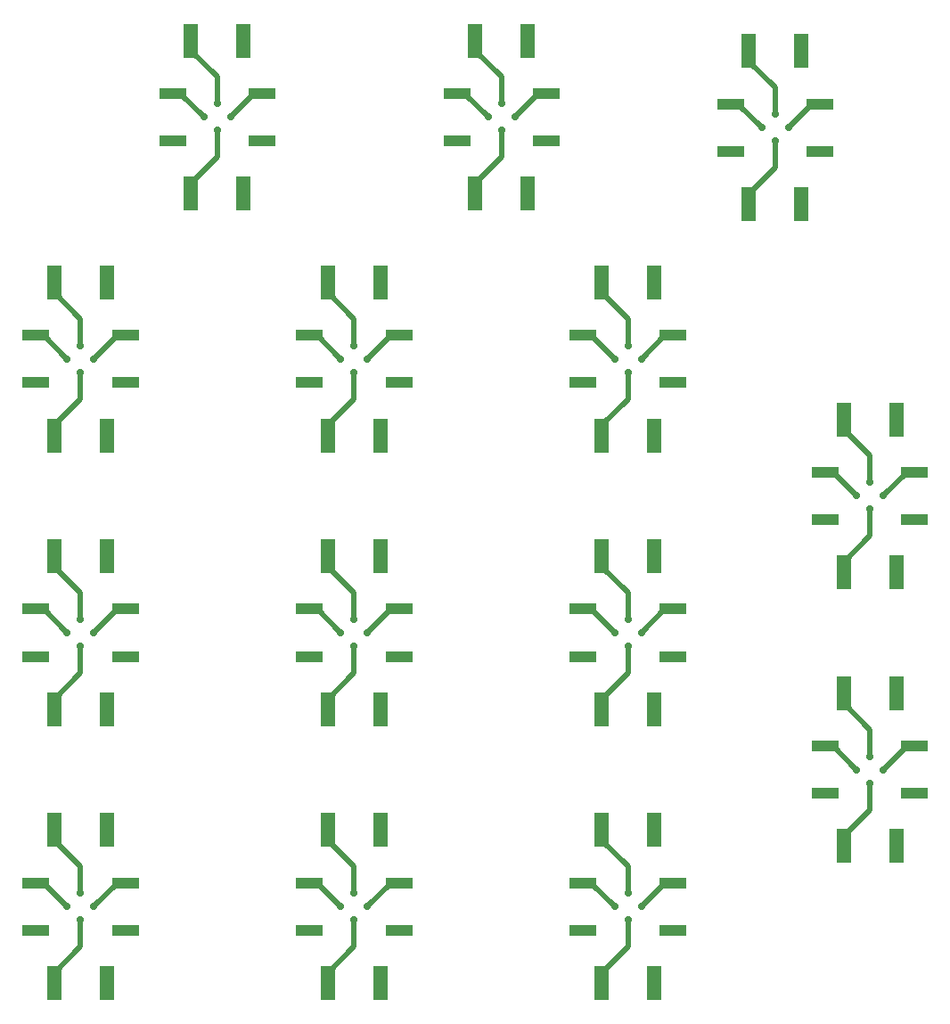
<source format=gtl>
%MOIN*%
%OFA0B0*%
%FSLAX34Y34*%
%IPPOS*%
%LPD*%
%AMOC8*
5,1,8,0,0,$1,22.5*%
%AMOC80*
5,1,8,0,0,$1,22.5*%
%AMOC81*
5,1,8,0,0,$1,22.5*%
%AMOC80*
5,1,8,0,0,$1,22.5*%
%AMOC81*
5,1,8,0,0,$1,22.5*%
%AMOC80*
5,1,8,0,0,$1,22.5*%
%AMOC81*
5,1,8,0,0,$1,22.5*%
%AMOC80*
5,1,8,0,0,$1,22.5*%
%AMOC81*
5,1,8,0,0,$1,22.5*%
%AMOC80*
5,1,8,0,0,$1,22.5*%
%AMOC81*
5,1,8,0,0,$1,22.5*%
%AMOC80*
5,1,8,0,0,$1,22.5*%
%AMOC81*
5,1,8,0,0,$1,22.5*%
%AMOC80*
5,1,8,0,0,$1,22.5*%
%ADD10R,0.0984251968503937X0.03937007874015748*%
%ADD11R,0.055118110236220472X0.12598425196850396*%
%ADD12C,0.01968503937007874*%
%ADD13C,0.027559055118110236*%
%ADD24R,0.0984251968503937X0.03937007874015748*%
%ADD25R,0.055118110236220472X0.12598425196850396*%
%ADD26C,0.01968503937007874*%
%ADD27C,0.027559055118110236*%
%ADD28R,0.0984251968503937X0.03937007874015748*%
%ADD29R,0.055118110236220472X0.12598425196850396*%
%ADD30C,0.01968503937007874*%
%ADD31C,0.027559055118110236*%
%ADD32R,0.0984251968503937X0.03937007874015748*%
%ADD33R,0.055118110236220472X0.12598425196850396*%
%ADD34C,0.01968503937007874*%
%ADD35C,0.027559055118110236*%
%ADD36R,0.0984251968503937X0.03937007874015748*%
%ADD37R,0.055118110236220472X0.12598425196850396*%
%ADD38C,0.01968503937007874*%
%ADD39C,0.027559055118110236*%
%ADD40R,0.0984251968503937X0.03937007874015748*%
%ADD41R,0.055118110236220472X0.12598425196850396*%
%ADD42C,0.01968503937007874*%
%ADD43C,0.027559055118110236*%
%ADD44R,0.0984251968503937X0.03937007874015748*%
%ADD45R,0.055118110236220472X0.12598425196850396*%
%ADD46C,0.01968503937007874*%
%ADD47C,0.027559055118110236*%
%ADD48R,0.0984251968503937X0.03937007874015748*%
%ADD49R,0.055118110236220472X0.12598425196850396*%
%ADD50C,0.01968503937007874*%
%ADD51C,0.027559055118110236*%
%ADD52R,0.0984251968503937X0.03937007874015748*%
%ADD53R,0.055118110236220472X0.12598425196850396*%
%ADD54C,0.01968503937007874*%
%ADD55C,0.027559055118110236*%
%ADD56R,0.0984251968503937X0.03937007874015748*%
%ADD57R,0.055118110236220472X0.12598425196850396*%
%ADD58C,0.01968503937007874*%
%ADD59C,0.027559055118110236*%
%ADD60R,0.0984251968503937X0.03937007874015748*%
%ADD61R,0.055118110236220472X0.12598425196850396*%
%ADD62C,0.01968503937007874*%
%ADD63C,0.027559055118110236*%
%ADD64R,0.0984251968503937X0.03937007874015748*%
%ADD65R,0.055118110236220472X0.12598425196850396*%
%ADD66C,0.01968503937007874*%
%ADD67C,0.027559055118110236*%
%ADD68R,0.0984251968503937X0.03937007874015748*%
%ADD69R,0.055118110236220472X0.12598425196850396*%
%ADD70C,0.01968503937007874*%
%ADD71C,0.027559055118110236*%
%ADD72R,0.0984251968503937X0.03937007874015748*%
%ADD73R,0.055118110236220472X0.12598425196850396*%
%ADD74C,0.01968503937007874*%
%ADD75C,0.027559055118110236*%
G75*
G01*
D10*
X0004724Y0004724D02*
X0003051Y0005610D03*
X0006397Y0005610D03*
X0003051Y0003838D03*
X0006397Y0003838D03*
D11*
X0003740Y0001870D03*
X0003740Y0007578D03*
X0005708Y0001870D03*
X0005708Y0007578D03*
D12*
X0003740Y0002240D02*
X0003740Y0001870D01*
X0003740Y0002240D02*
X0004724Y0003224D01*
X0003338Y0005610D02*
X0003051Y0005610D01*
X0003338Y0005610D02*
X0004224Y0004724D01*
X0006110Y0005610D02*
X0006397Y0005610D01*
X0006110Y0005610D02*
X0005224Y0004724D01*
X0003740Y0007208D02*
X0003740Y0007578D01*
X0003740Y0007208D02*
X0004724Y0006224D01*
D13*
X0004224Y0004724D03*
X0005224Y0004724D03*
D12*
X0004724Y0005224D02*
X0004724Y0006224D01*
D13*
X0004724Y0005224D03*
D12*
X0004724Y0004224D02*
X0004724Y0003224D01*
D13*
X0004724Y0004224D03*
X0006397Y0003838D03*
D12*
X0005724Y0007562D02*
X0005708Y0007578D01*
X0005724Y0007562D02*
X0005724Y0007224D01*
D13*
X0005724Y0007224D03*
X0003051Y0003838D03*
D12*
X0005708Y0002208D02*
X0005708Y0001870D01*
X0005708Y0002208D02*
X0005724Y0002224D01*
D13*
X0005724Y0002224D03*
G04 next file*
G04 EAGLE Gerber RS-274X export*
G75*
G01*
D24*
X0014960Y0004724D02*
X0013287Y0005610D03*
X0016633Y0005610D03*
X0013287Y0003838D03*
X0016633Y0003838D03*
D25*
X0013976Y0001870D03*
X0013976Y0007578D03*
X0015944Y0001870D03*
X0015944Y0007578D03*
D26*
X0013976Y0002240D02*
X0013976Y0001870D01*
X0013976Y0002240D02*
X0014960Y0003224D01*
X0013574Y0005610D02*
X0013287Y0005610D01*
X0013574Y0005610D02*
X0014460Y0004724D01*
X0016346Y0005610D02*
X0016633Y0005610D01*
X0016346Y0005610D02*
X0015460Y0004724D01*
X0013976Y0007208D02*
X0013976Y0007578D01*
X0013976Y0007208D02*
X0014960Y0006224D01*
D27*
X0014460Y0004724D03*
X0015460Y0004724D03*
D26*
X0014960Y0005224D02*
X0014960Y0006224D01*
D27*
X0014960Y0005224D03*
D26*
X0014960Y0004224D02*
X0014960Y0003224D01*
D27*
X0014960Y0004224D03*
X0016633Y0003838D03*
D26*
X0015960Y0007562D02*
X0015944Y0007578D01*
X0015960Y0007562D02*
X0015960Y0007224D01*
D27*
X0015960Y0007224D03*
X0013287Y0003838D03*
D26*
X0015944Y0002208D02*
X0015944Y0001870D01*
X0015944Y0002208D02*
X0015960Y0002224D01*
D27*
X0015960Y0002224D03*
G04 next file*
G04 EAGLE Gerber RS-274X export*
G75*
G01*
D28*
X0025196Y0004724D02*
X0023523Y0005610D03*
X0026870Y0005610D03*
X0023523Y0003838D03*
X0026870Y0003838D03*
D29*
X0024212Y0001870D03*
X0024212Y0007578D03*
X0026181Y0001870D03*
X0026181Y0007578D03*
D30*
X0024212Y0002240D02*
X0024212Y0001870D01*
X0024212Y0002240D02*
X0025196Y0003224D01*
X0023811Y0005610D02*
X0023523Y0005610D01*
X0023811Y0005610D02*
X0024696Y0004724D01*
X0026582Y0005610D02*
X0026870Y0005610D01*
X0026582Y0005610D02*
X0025696Y0004724D01*
X0024212Y0007208D02*
X0024212Y0007578D01*
X0024212Y0007208D02*
X0025196Y0006224D01*
D31*
X0024696Y0004724D03*
X0025696Y0004724D03*
D30*
X0025196Y0005224D02*
X0025196Y0006224D01*
D31*
X0025196Y0005224D03*
D30*
X0025196Y0004224D02*
X0025196Y0003224D01*
D31*
X0025196Y0004224D03*
X0026870Y0003838D03*
D30*
X0026196Y0007562D02*
X0026181Y0007578D01*
X0026196Y0007562D02*
X0026196Y0007224D01*
D31*
X0026196Y0007224D03*
X0023523Y0003838D03*
D30*
X0026181Y0002208D02*
X0026181Y0001870D01*
X0026181Y0002208D02*
X0026196Y0002224D01*
D31*
X0026196Y0002224D03*
G04 next file*
G04 EAGLE Gerber RS-274X export*
G75*
G01*
D32*
X0034251Y0009842D02*
X0032578Y0010728D03*
X0035925Y0010728D03*
X0032578Y0008956D03*
X0035925Y0008956D03*
D33*
X0033267Y0006988D03*
X0033267Y0012696D03*
X0035236Y0006988D03*
X0035236Y0012696D03*
D34*
X0033267Y0007358D02*
X0033267Y0006988D01*
X0033267Y0007358D02*
X0034251Y0008342D01*
X0032866Y0010728D02*
X0032578Y0010728D01*
X0032866Y0010728D02*
X0033751Y0009842D01*
X0035637Y0010728D02*
X0035925Y0010728D01*
X0035637Y0010728D02*
X0034751Y0009842D01*
X0033267Y0012326D02*
X0033267Y0012696D01*
X0033267Y0012326D02*
X0034251Y0011342D01*
D35*
X0033751Y0009842D03*
X0034751Y0009842D03*
D34*
X0034251Y0010342D02*
X0034251Y0011342D01*
D35*
X0034251Y0010342D03*
D34*
X0034251Y0009342D02*
X0034251Y0008342D01*
D35*
X0034251Y0009342D03*
X0035925Y0008956D03*
D34*
X0035251Y0012681D02*
X0035236Y0012696D01*
X0035251Y0012681D02*
X0035251Y0012342D01*
D35*
X0035251Y0012342D03*
X0032578Y0008956D03*
D34*
X0035236Y0007326D02*
X0035236Y0006988D01*
X0035236Y0007326D02*
X0035251Y0007342D01*
D35*
X0035251Y0007342D03*
G04 next file*
G04 EAGLE Gerber RS-274X export*
G75*
G01*
D36*
X0025196Y0014960D02*
X0023523Y0015846D03*
X0026870Y0015846D03*
X0023523Y0014074D03*
X0026870Y0014074D03*
D37*
X0024212Y0012106D03*
X0024212Y0017814D03*
X0026181Y0012106D03*
X0026181Y0017814D03*
D38*
X0024212Y0012476D02*
X0024212Y0012106D01*
X0024212Y0012476D02*
X0025196Y0013460D01*
X0023811Y0015846D02*
X0023523Y0015846D01*
X0023811Y0015846D02*
X0024696Y0014960D01*
X0026582Y0015846D02*
X0026870Y0015846D01*
X0026582Y0015846D02*
X0025696Y0014960D01*
X0024212Y0017444D02*
X0024212Y0017814D01*
X0024212Y0017444D02*
X0025196Y0016460D01*
D39*
X0024696Y0014960D03*
X0025696Y0014960D03*
D38*
X0025196Y0015460D02*
X0025196Y0016460D01*
D39*
X0025196Y0015460D03*
D38*
X0025196Y0014460D02*
X0025196Y0013460D01*
D39*
X0025196Y0014460D03*
X0026870Y0014074D03*
D38*
X0026196Y0017799D02*
X0026181Y0017814D01*
X0026196Y0017799D02*
X0026196Y0017460D01*
D39*
X0026196Y0017460D03*
X0023523Y0014074D03*
D38*
X0026181Y0012444D02*
X0026181Y0012106D01*
X0026181Y0012444D02*
X0026196Y0012460D01*
D39*
X0026196Y0012460D03*
G04 next file*
G04 EAGLE Gerber RS-274X export*
G75*
G01*
D40*
X0014960Y0014960D02*
X0013287Y0015846D03*
X0016633Y0015846D03*
X0013287Y0014074D03*
X0016633Y0014074D03*
D41*
X0013976Y0012106D03*
X0013976Y0017814D03*
X0015944Y0012106D03*
X0015944Y0017814D03*
D42*
X0013976Y0012476D02*
X0013976Y0012106D01*
X0013976Y0012476D02*
X0014960Y0013460D01*
X0013574Y0015846D02*
X0013287Y0015846D01*
X0013574Y0015846D02*
X0014460Y0014960D01*
X0016346Y0015846D02*
X0016633Y0015846D01*
X0016346Y0015846D02*
X0015460Y0014960D01*
X0013976Y0017444D02*
X0013976Y0017814D01*
X0013976Y0017444D02*
X0014960Y0016460D01*
D43*
X0014460Y0014960D03*
X0015460Y0014960D03*
D42*
X0014960Y0015460D02*
X0014960Y0016460D01*
D43*
X0014960Y0015460D03*
D42*
X0014960Y0014460D02*
X0014960Y0013460D01*
D43*
X0014960Y0014460D03*
X0016633Y0014074D03*
D42*
X0015960Y0017799D02*
X0015944Y0017814D01*
X0015960Y0017799D02*
X0015960Y0017460D01*
D43*
X0015960Y0017460D03*
X0013287Y0014074D03*
D42*
X0015944Y0012444D02*
X0015944Y0012106D01*
X0015944Y0012444D02*
X0015960Y0012460D01*
D43*
X0015960Y0012460D03*
G04 next file*
G04 EAGLE Gerber RS-274X export*
G75*
G01*
D44*
X0004724Y0014960D02*
X0003051Y0015846D03*
X0006397Y0015846D03*
X0003051Y0014074D03*
X0006397Y0014074D03*
D45*
X0003740Y0012106D03*
X0003740Y0017814D03*
X0005708Y0012106D03*
X0005708Y0017814D03*
D46*
X0003740Y0012476D02*
X0003740Y0012106D01*
X0003740Y0012476D02*
X0004724Y0013460D01*
X0003338Y0015846D02*
X0003051Y0015846D01*
X0003338Y0015846D02*
X0004224Y0014960D01*
X0006110Y0015846D02*
X0006397Y0015846D01*
X0006110Y0015846D02*
X0005224Y0014960D01*
X0003740Y0017444D02*
X0003740Y0017814D01*
X0003740Y0017444D02*
X0004724Y0016460D01*
D47*
X0004224Y0014960D03*
X0005224Y0014960D03*
D46*
X0004724Y0015460D02*
X0004724Y0016460D01*
D47*
X0004724Y0015460D03*
D46*
X0004724Y0014460D02*
X0004724Y0013460D01*
D47*
X0004724Y0014460D03*
X0006397Y0014074D03*
D46*
X0005724Y0017799D02*
X0005708Y0017814D01*
X0005724Y0017799D02*
X0005724Y0017460D01*
D47*
X0005724Y0017460D03*
X0003051Y0014074D03*
D46*
X0005708Y0012444D02*
X0005708Y0012106D01*
X0005708Y0012444D02*
X0005724Y0012460D01*
D47*
X0005724Y0012460D03*
G04 next file*
G04 EAGLE Gerber RS-274X export*
G75*
G01*
D48*
X0034251Y0020078D02*
X0032578Y0020964D03*
X0035925Y0020964D03*
X0032578Y0019192D03*
X0035925Y0019192D03*
D49*
X0033267Y0017224D03*
X0033267Y0022933D03*
X0035236Y0017224D03*
X0035236Y0022933D03*
D50*
X0033267Y0017594D02*
X0033267Y0017224D01*
X0033267Y0017594D02*
X0034251Y0018578D01*
X0032866Y0020964D02*
X0032578Y0020964D01*
X0032866Y0020964D02*
X0033751Y0020078D01*
X0035637Y0020964D02*
X0035925Y0020964D01*
X0035637Y0020964D02*
X0034751Y0020078D01*
X0033267Y0022562D02*
X0033267Y0022933D01*
X0033267Y0022562D02*
X0034251Y0021578D01*
D51*
X0033751Y0020078D03*
X0034751Y0020078D03*
D50*
X0034251Y0020578D02*
X0034251Y0021578D01*
D51*
X0034251Y0020578D03*
D50*
X0034251Y0019578D02*
X0034251Y0018578D01*
D51*
X0034251Y0019578D03*
X0035925Y0019192D03*
D50*
X0035251Y0022917D02*
X0035236Y0022933D01*
X0035251Y0022917D02*
X0035251Y0022578D01*
D51*
X0035251Y0022578D03*
X0032578Y0019192D03*
D50*
X0035236Y0017562D02*
X0035236Y0017224D01*
X0035236Y0017562D02*
X0035251Y0017578D01*
D51*
X0035251Y0017578D03*
G04 next file*
G04 EAGLE Gerber RS-274X export*
G75*
G01*
D52*
X0004724Y0025196D02*
X0003051Y0026082D03*
X0006397Y0026082D03*
X0003051Y0024311D03*
X0006397Y0024311D03*
D53*
X0003740Y0022342D03*
X0003740Y0028051D03*
X0005708Y0022342D03*
X0005708Y0028051D03*
D54*
X0003740Y0022712D02*
X0003740Y0022342D01*
X0003740Y0022712D02*
X0004724Y0023696D01*
X0003338Y0026082D02*
X0003051Y0026082D01*
X0003338Y0026082D02*
X0004224Y0025196D01*
X0006110Y0026082D02*
X0006397Y0026082D01*
X0006110Y0026082D02*
X0005224Y0025196D01*
X0003740Y0027681D02*
X0003740Y0028051D01*
X0003740Y0027681D02*
X0004724Y0026696D01*
D55*
X0004224Y0025196D03*
X0005224Y0025196D03*
D54*
X0004724Y0025696D02*
X0004724Y0026696D01*
D55*
X0004724Y0025696D03*
D54*
X0004724Y0024696D02*
X0004724Y0023696D01*
D55*
X0004724Y0024696D03*
X0006397Y0024311D03*
D54*
X0005724Y0028035D02*
X0005708Y0028051D01*
X0005724Y0028035D02*
X0005724Y0027696D01*
D55*
X0005724Y0027696D03*
X0003051Y0024311D03*
D54*
X0005708Y0022681D02*
X0005708Y0022342D01*
X0005708Y0022681D02*
X0005724Y0022696D01*
D55*
X0005724Y0022696D03*
G04 next file*
G04 EAGLE Gerber RS-274X export*
G75*
G01*
D56*
X0014960Y0025196D02*
X0013287Y0026082D03*
X0016633Y0026082D03*
X0013287Y0024311D03*
X0016633Y0024311D03*
D57*
X0013976Y0022342D03*
X0013976Y0028051D03*
X0015944Y0022342D03*
X0015944Y0028051D03*
D58*
X0013976Y0022712D02*
X0013976Y0022342D01*
X0013976Y0022712D02*
X0014960Y0023696D01*
X0013574Y0026082D02*
X0013287Y0026082D01*
X0013574Y0026082D02*
X0014460Y0025196D01*
X0016346Y0026082D02*
X0016633Y0026082D01*
X0016346Y0026082D02*
X0015460Y0025196D01*
X0013976Y0027681D02*
X0013976Y0028051D01*
X0013976Y0027681D02*
X0014960Y0026696D01*
D59*
X0014460Y0025196D03*
X0015460Y0025196D03*
D58*
X0014960Y0025696D02*
X0014960Y0026696D01*
D59*
X0014960Y0025696D03*
D58*
X0014960Y0024696D02*
X0014960Y0023696D01*
D59*
X0014960Y0024696D03*
X0016633Y0024311D03*
D58*
X0015960Y0028035D02*
X0015944Y0028051D01*
X0015960Y0028035D02*
X0015960Y0027696D01*
D59*
X0015960Y0027696D03*
X0013287Y0024311D03*
D58*
X0015944Y0022681D02*
X0015944Y0022342D01*
X0015944Y0022681D02*
X0015960Y0022696D01*
D59*
X0015960Y0022696D03*
G04 next file*
G04 EAGLE Gerber RS-274X export*
G75*
G01*
D60*
X0025196Y0025196D02*
X0023523Y0026082D03*
X0026870Y0026082D03*
X0023523Y0024311D03*
X0026870Y0024311D03*
D61*
X0024212Y0022342D03*
X0024212Y0028051D03*
X0026181Y0022342D03*
X0026181Y0028051D03*
D62*
X0024212Y0022712D02*
X0024212Y0022342D01*
X0024212Y0022712D02*
X0025196Y0023696D01*
X0023811Y0026082D02*
X0023523Y0026082D01*
X0023811Y0026082D02*
X0024696Y0025196D01*
X0026582Y0026082D02*
X0026870Y0026082D01*
X0026582Y0026082D02*
X0025696Y0025196D01*
X0024212Y0027681D02*
X0024212Y0028051D01*
X0024212Y0027681D02*
X0025196Y0026696D01*
D63*
X0024696Y0025196D03*
X0025696Y0025196D03*
D62*
X0025196Y0025696D02*
X0025196Y0026696D01*
D63*
X0025196Y0025696D03*
D62*
X0025196Y0024696D02*
X0025196Y0023696D01*
D63*
X0025196Y0024696D03*
X0026870Y0024311D03*
D62*
X0026196Y0028035D02*
X0026181Y0028051D01*
X0026196Y0028035D02*
X0026196Y0027696D01*
D63*
X0026196Y0027696D03*
X0023523Y0024311D03*
D62*
X0026181Y0022681D02*
X0026181Y0022342D01*
X0026181Y0022681D02*
X0026196Y0022696D01*
D63*
X0026196Y0022696D03*
G04 next file*
G04 EAGLE Gerber RS-274X export*
G75*
G01*
D64*
X0030708Y0033858D02*
X0029035Y0034744D03*
X0032381Y0034744D03*
X0029035Y0032972D03*
X0032381Y0032972D03*
D65*
X0029724Y0031003D03*
X0029724Y0036712D03*
X0031692Y0031003D03*
X0031692Y0036712D03*
D66*
X0029724Y0031374D02*
X0029724Y0031003D01*
X0029724Y0031374D02*
X0030708Y0032358D01*
X0029322Y0034744D02*
X0029035Y0034744D01*
X0029322Y0034744D02*
X0030208Y0033858D01*
X0032094Y0034744D02*
X0032381Y0034744D01*
X0032094Y0034744D02*
X0031208Y0033858D01*
X0029724Y0036342D02*
X0029724Y0036712D01*
X0029724Y0036342D02*
X0030708Y0035358D01*
D67*
X0030208Y0033858D03*
X0031208Y0033858D03*
D66*
X0030708Y0034358D02*
X0030708Y0035358D01*
D67*
X0030708Y0034358D03*
D66*
X0030708Y0033358D02*
X0030708Y0032358D01*
D67*
X0030708Y0033358D03*
X0032381Y0032972D03*
D66*
X0031708Y0036696D02*
X0031692Y0036712D01*
X0031708Y0036696D02*
X0031708Y0036358D01*
D67*
X0031708Y0036358D03*
X0029035Y0032972D03*
D66*
X0031692Y0031342D02*
X0031692Y0031003D01*
X0031692Y0031342D02*
X0031708Y0031358D01*
D67*
X0031708Y0031358D03*
G04 next file*
G04 EAGLE Gerber RS-274X export*
G75*
G01*
D68*
X0009842Y0034251D02*
X0008169Y0035137D03*
X0011515Y0035137D03*
X0008169Y0033366D03*
X0011515Y0033366D03*
D69*
X0008858Y0031397D03*
X0008858Y0037106D03*
X0010826Y0031397D03*
X0010826Y0037106D03*
D70*
X0008858Y0031767D02*
X0008858Y0031397D01*
X0008858Y0031767D02*
X0009842Y0032751D01*
X0008456Y0035137D02*
X0008169Y0035137D01*
X0008456Y0035137D02*
X0009342Y0034251D01*
X0011228Y0035137D02*
X0011515Y0035137D01*
X0011228Y0035137D02*
X0010342Y0034251D01*
X0008858Y0036736D02*
X0008858Y0037106D01*
X0008858Y0036736D02*
X0009842Y0035751D01*
D71*
X0009342Y0034251D03*
X0010342Y0034251D03*
D70*
X0009842Y0034751D02*
X0009842Y0035751D01*
D71*
X0009842Y0034751D03*
D70*
X0009842Y0033751D02*
X0009842Y0032751D01*
D71*
X0009842Y0033751D03*
X0011515Y0033366D03*
D70*
X0010842Y0037090D02*
X0010826Y0037106D01*
X0010842Y0037090D02*
X0010842Y0036751D01*
D71*
X0010842Y0036751D03*
X0008169Y0033366D03*
D70*
X0010826Y0031736D02*
X0010826Y0031397D01*
X0010826Y0031736D02*
X0010842Y0031751D01*
D71*
X0010842Y0031751D03*
G04 next file*
G04 EAGLE Gerber RS-274X export*
G75*
G01*
D72*
X0020472Y0034251D02*
X0018799Y0035137D03*
X0022145Y0035137D03*
X0018799Y0033366D03*
X0022145Y0033366D03*
D73*
X0019488Y0031397D03*
X0019488Y0037106D03*
X0021456Y0031397D03*
X0021456Y0037106D03*
D74*
X0019488Y0031767D02*
X0019488Y0031397D01*
X0019488Y0031767D02*
X0020472Y0032751D01*
X0019086Y0035137D02*
X0018799Y0035137D01*
X0019086Y0035137D02*
X0019972Y0034251D01*
X0021858Y0035137D02*
X0022145Y0035137D01*
X0021858Y0035137D02*
X0020972Y0034251D01*
X0019488Y0036736D02*
X0019488Y0037106D01*
X0019488Y0036736D02*
X0020472Y0035751D01*
D75*
X0019972Y0034251D03*
X0020972Y0034251D03*
D74*
X0020472Y0034751D02*
X0020472Y0035751D01*
D75*
X0020472Y0034751D03*
D74*
X0020472Y0033751D02*
X0020472Y0032751D01*
D75*
X0020472Y0033751D03*
X0022145Y0033366D03*
D74*
X0021472Y0037090D02*
X0021456Y0037106D01*
X0021472Y0037090D02*
X0021472Y0036751D01*
D75*
X0021472Y0036751D03*
X0018799Y0033366D03*
D74*
X0021456Y0031736D02*
X0021456Y0031397D01*
X0021456Y0031736D02*
X0021472Y0031751D01*
D75*
X0021472Y0031751D03*
M02*
</source>
